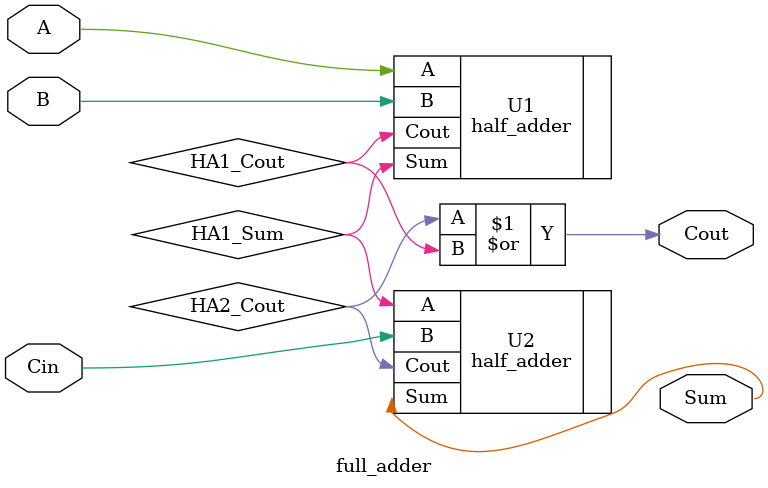
<source format=v>

`timescale 1ns/1ps

module full_adder (input  wire A, B, Cin,
                   output wire Sum, Cout);

  wire HA1_Sum, HA1_Cout, HA2_Cout;

  half_adder U1 (.A(A),       .B(B),  .Sum(HA1_Sum), .Cout(HA1_Cout));
  half_adder U2 (.A(HA1_Sum), .B(Cin),.Sum(Sum),     .Cout(HA2_Cout));

  or  #1 U3 (Cout, HA2_Cout, HA1_Cout);
  
endmodule
</source>
